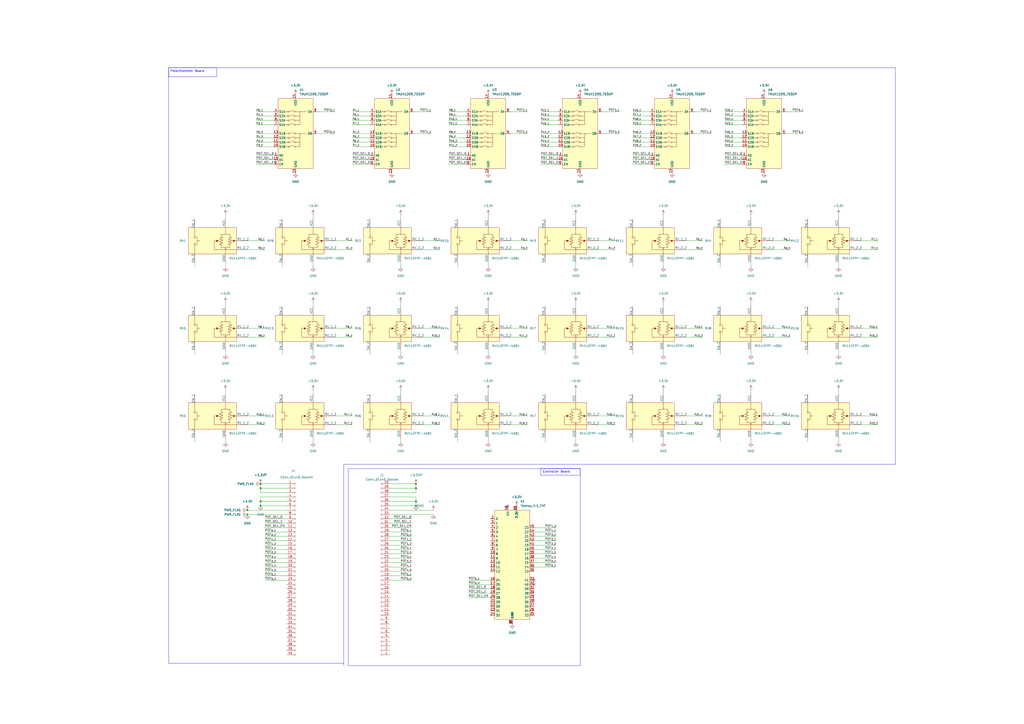
<source format=kicad_sch>
(kicad_sch (version 20230121) (generator eeschema)
  (paper "A2")
  (junction (at 241.3 290.83))
  (junction (at 143.51 295.91))
  (junction (at 241.3 283.21))
  (junction (at 151.13 280.67))
  (junction (at 241.3 293.37))
  (junction (at 143.51 298.45))
  (junction (at 151.13 283.21))
  (junction (at 241.3 280.67))
  (junction (at 151.13 290.83))
  (junction (at 151.13 293.37))
  (no_connect (at 309.88 339.09))
  (no_connect (at 294.64 293.37))
  (no_connect (at 309.88 336.55))
  (wire (pts (xy 313.69 85.09) (xy 323.85 85.09)))
  (wire (pts (xy 313.69 77.47) (xy 323.85 77.47)))
  (wire (pts (xy 283.21 175.26) (xy 283.21 177.8)))
  (wire (pts (xy 367.03 64.77) (xy 377.19 64.77)))
  (wire (pts (xy 283.21 124.46) (xy 283.21 127)))
  (wire (pts (xy 367.03 92.71) (xy 377.19 92.71)))
  (wire (pts (xy 417.83 152.4) (xy 417.83 154.94)))
  (wire (pts (xy 241.3 290.83) (xy 241.3 293.37)))
  (wire (pts (xy 367.03 90.17) (xy 377.19 90.17)))
  (wire (pts (xy 143.51 241.3) (xy 153.67 241.3)))
  (wire (pts (xy 226.06 311.15) (xy 238.76 311.15)))
  (wire (pts (xy 181.61 226.06) (xy 181.61 228.6)))
  (wire (pts (xy 295.91 64.77) (xy 306.07 64.77)))
  (wire (pts (xy 204.47 67.31) (xy 214.63 67.31)))
  (wire (pts (xy 499.11 246.38) (xy 509.27 246.38)))
  (wire (pts (xy 153.67 321.31) (xy 166.37 321.31)))
  (wire (pts (xy 204.47 90.17) (xy 214.63 90.17)))
  (wire (pts (xy 420.37 92.71) (xy 430.53 92.71)))
  (wire (pts (xy 151.13 288.29) (xy 151.13 290.83)))
  (wire (pts (xy 435.61 124.46) (xy 435.61 127)))
  (wire (pts (xy 402.59 77.47) (xy 412.75 77.47)))
  (wire (pts (xy 384.81 226.06) (xy 384.81 228.6)))
  (wire (pts (xy 367.03 95.25) (xy 377.19 95.25)))
  (wire (pts (xy 417.83 254) (xy 417.83 256.54)))
  (wire (pts (xy 148.59 69.85) (xy 158.75 69.85)))
  (wire (pts (xy 153.67 300.99) (xy 166.37 300.99)))
  (wire (pts (xy 499.11 139.7) (xy 509.27 139.7)))
  (wire (pts (xy 448.31 241.3) (xy 458.47 241.3)))
  (wire (pts (xy 143.51 195.58) (xy 153.67 195.58)))
  (wire (pts (xy 153.67 336.55) (xy 166.37 336.55)))
  (wire (pts (xy 486.41 203.2) (xy 486.41 205.74)))
  (wire (pts (xy 226.06 313.69) (xy 238.76 313.69)))
  (wire (pts (xy 313.69 69.85) (xy 323.85 69.85)))
  (wire (pts (xy 226.06 318.77) (xy 238.76 318.77)))
  (wire (pts (xy 245.11 144.78) (xy 255.27 144.78)))
  (wire (pts (xy 309.88 328.93) (xy 322.58 328.93)))
  (polyline (pts (xy 97.79 118.11) (xy 97.79 384.81)))
  (wire (pts (xy 226.06 300.99) (xy 238.76 300.99)))
  (wire (pts (xy 367.03 67.31) (xy 377.19 67.31)))
  (wire (pts (xy 204.47 80.01) (xy 214.63 80.01)))
  (wire (pts (xy 153.67 318.77) (xy 166.37 318.77)))
  (wire (pts (xy 420.37 72.39) (xy 430.53 72.39)))
  (wire (pts (xy 226.06 331.47) (xy 238.76 331.47)))
  (wire (pts (xy 194.31 144.78) (xy 204.47 144.78)))
  (polyline (pts (xy 97.79 39.37) (xy 102.87 39.37)))
  (wire (pts (xy 499.11 144.78) (xy 509.27 144.78)))
  (wire (pts (xy 153.67 328.93) (xy 166.37 328.93)))
  (wire (pts (xy 448.31 190.5) (xy 458.47 190.5)))
  (wire (pts (xy 204.47 82.55) (xy 214.63 82.55)))
  (wire (pts (xy 309.88 321.31) (xy 322.58 321.31)))
  (wire (pts (xy 260.35 64.77) (xy 270.51 64.77)))
  (wire (pts (xy 420.37 90.17) (xy 430.53 90.17)))
  (wire (pts (xy 232.41 254) (xy 232.41 256.54)))
  (wire (pts (xy 349.25 77.47) (xy 359.41 77.47)))
  (wire (pts (xy 204.47 77.47) (xy 214.63 77.47)))
  (wire (pts (xy 384.81 254) (xy 384.81 256.54)))
  (wire (pts (xy 313.69 80.01) (xy 323.85 80.01)))
  (wire (pts (xy 148.59 80.01) (xy 158.75 80.01)))
  (wire (pts (xy 148.59 82.55) (xy 158.75 82.55)))
  (wire (pts (xy 448.31 144.78) (xy 458.47 144.78)))
  (wire (pts (xy 204.47 92.71) (xy 214.63 92.71)))
  (wire (pts (xy 204.47 72.39) (xy 214.63 72.39)))
  (wire (pts (xy 241.3 283.21) (xy 241.3 285.75)))
  (wire (pts (xy 214.63 203.2) (xy 214.63 205.74)))
  (wire (pts (xy 448.31 139.7) (xy 458.47 139.7)))
  (wire (pts (xy 499.11 241.3) (xy 509.27 241.3)))
  (wire (pts (xy 151.13 280.67) (xy 151.13 283.21)))
  (wire (pts (xy 166.37 285.75) (xy 151.13 285.75)))
  (wire (pts (xy 153.67 316.23) (xy 166.37 316.23)))
  (wire (pts (xy 402.59 64.77) (xy 412.75 64.77)))
  (wire (pts (xy 499.11 190.5) (xy 509.27 190.5)))
  (wire (pts (xy 226.06 326.39) (xy 238.76 326.39)))
  (wire (pts (xy 367.03 77.47) (xy 377.19 77.47)))
  (wire (pts (xy 113.03 203.2) (xy 113.03 205.74)))
  (wire (pts (xy 153.67 313.69) (xy 166.37 313.69)))
  (wire (pts (xy 153.67 308.61) (xy 166.37 308.61)))
  (wire (pts (xy 313.69 67.31) (xy 323.85 67.31)))
  (wire (pts (xy 367.03 72.39) (xy 377.19 72.39)))
  (wire (pts (xy 130.81 175.26) (xy 130.81 177.8)))
  (wire (pts (xy 260.35 90.17) (xy 270.51 90.17)))
  (wire (pts (xy 316.23 254) (xy 316.23 256.54)))
  (wire (pts (xy 232.41 203.2) (xy 232.41 205.74)))
  (wire (pts (xy 486.41 254) (xy 486.41 256.54)))
  (wire (pts (xy 151.13 283.21) (xy 151.13 285.75)))
  (wire (pts (xy 148.59 67.31) (xy 158.75 67.31)))
  (wire (pts (xy 384.81 203.2) (xy 384.81 205.74)))
  (wire (pts (xy 309.88 313.69) (xy 322.58 313.69)))
  (wire (pts (xy 295.91 246.38) (xy 306.07 246.38)))
  (wire (pts (xy 153.67 306.07) (xy 166.37 306.07)))
  (polyline (pts (xy 97.79 39.37) (xy 97.79 109.22)))
  (wire (pts (xy 295.91 195.58) (xy 306.07 195.58)))
  (wire (pts (xy 309.88 323.85) (xy 322.58 323.85)))
  (wire (pts (xy 309.88 326.39) (xy 322.58 326.39)))
  (wire (pts (xy 113.03 152.4) (xy 113.03 154.94)))
  (wire (pts (xy 260.35 72.39) (xy 270.51 72.39)))
  (wire (pts (xy 397.51 144.78) (xy 407.67 144.78)))
  (wire (pts (xy 283.21 254) (xy 283.21 256.54)))
  (wire (pts (xy 334.01 203.2) (xy 334.01 205.74)))
  (wire (pts (xy 226.06 316.23) (xy 238.76 316.23)))
  (wire (pts (xy 153.67 323.85) (xy 166.37 323.85)))
  (wire (pts (xy 346.71 195.58) (xy 356.87 195.58)))
  (wire (pts (xy 334.01 124.46) (xy 334.01 127)))
  (wire (pts (xy 309.88 306.07) (xy 322.58 306.07)))
  (wire (pts (xy 334.01 175.26) (xy 334.01 177.8)))
  (wire (pts (xy 367.03 254) (xy 367.03 256.54)))
  (wire (pts (xy 194.31 195.58) (xy 204.47 195.58)))
  (wire (pts (xy 468.63 203.2) (xy 468.63 205.74)))
  (wire (pts (xy 163.83 203.2) (xy 163.83 205.74)))
  (wire (pts (xy 455.93 77.47) (xy 466.09 77.47)))
  (wire (pts (xy 435.61 226.06) (xy 435.61 228.6)))
  (wire (pts (xy 226.06 308.61) (xy 238.76 308.61)))
  (wire (pts (xy 153.67 331.47) (xy 166.37 331.47)))
  (wire (pts (xy 153.67 326.39) (xy 166.37 326.39)))
  (polyline (pts (xy 97.79 116.84) (xy 97.79 109.22)))
  (wire (pts (xy 204.47 64.77) (xy 214.63 64.77)))
  (wire (pts (xy 166.37 290.83) (xy 151.13 290.83)))
  (wire (pts (xy 295.91 241.3) (xy 306.07 241.3)))
  (wire (pts (xy 245.11 190.5) (xy 255.27 190.5)))
  (wire (pts (xy 346.71 139.7) (xy 356.87 139.7)))
  (wire (pts (xy 245.11 241.3) (xy 255.27 241.3)))
  (wire (pts (xy 240.03 64.77) (xy 250.19 64.77)))
  (wire (pts (xy 181.61 152.4) (xy 181.61 154.94)))
  (wire (pts (xy 184.15 64.77) (xy 194.31 64.77)))
  (wire (pts (xy 420.37 77.47) (xy 430.53 77.47)))
  (wire (pts (xy 499.11 195.58) (xy 509.27 195.58)))
  (wire (pts (xy 143.51 190.5) (xy 153.67 190.5)))
  (wire (pts (xy 232.41 175.26) (xy 232.41 177.8)))
  (wire (pts (xy 130.81 254) (xy 130.81 256.54)))
  (wire (pts (xy 295.91 144.78) (xy 306.07 144.78)))
  (wire (pts (xy 420.37 67.31) (xy 430.53 67.31)))
  (wire (pts (xy 260.35 80.01) (xy 270.51 80.01)))
  (wire (pts (xy 245.11 246.38) (xy 255.27 246.38)))
  (wire (pts (xy 130.81 124.46) (xy 130.81 127)))
  (wire (pts (xy 226.06 321.31) (xy 238.76 321.31)))
  (wire (pts (xy 226.06 303.53) (xy 238.76 303.53)))
  (polyline (pts (xy 97.79 116.84) (xy 97.79 118.11)))
  (wire (pts (xy 226.06 288.29) (xy 241.3 288.29)))
  (wire (pts (xy 214.63 254) (xy 214.63 256.54)))
  (wire (pts (xy 113.03 254) (xy 113.03 256.54)))
  (polyline (pts (xy 519.43 269.24) (xy 519.43 39.37)))
  (wire (pts (xy 271.78 336.55) (xy 284.48 336.55)))
  (wire (pts (xy 204.47 95.25) (xy 214.63 95.25)))
  (wire (pts (xy 448.31 195.58) (xy 458.47 195.58)))
  (wire (pts (xy 309.88 318.77) (xy 322.58 318.77)))
  (wire (pts (xy 435.61 152.4) (xy 435.61 154.94)))
  (wire (pts (xy 397.51 246.38) (xy 407.67 246.38)))
  (wire (pts (xy 334.01 152.4) (xy 334.01 154.94)))
  (wire (pts (xy 153.67 303.53) (xy 166.37 303.53)))
  (wire (pts (xy 204.47 85.09) (xy 214.63 85.09)))
  (wire (pts (xy 417.83 203.2) (xy 417.83 205.74)))
  (wire (pts (xy 148.59 90.17) (xy 158.75 90.17)))
  (wire (pts (xy 283.21 203.2) (xy 283.21 205.74)))
  (wire (pts (xy 226.06 293.37) (xy 241.3 293.37)))
  (wire (pts (xy 486.41 124.46) (xy 486.41 127)))
  (wire (pts (xy 148.59 77.47) (xy 158.75 77.47)))
  (wire (pts (xy 346.71 246.38) (xy 356.87 246.38)))
  (wire (pts (xy 420.37 64.77) (xy 430.53 64.77)))
  (wire (pts (xy 151.13 293.37) (xy 166.37 293.37)))
  (polyline (pts (xy 519.43 39.37) (xy 102.87 39.37)))
  (wire (pts (xy 295.91 77.47) (xy 306.07 77.47)))
  (wire (pts (xy 226.06 334.01) (xy 238.76 334.01)))
  (wire (pts (xy 166.37 280.67) (xy 151.13 280.67)))
  (wire (pts (xy 420.37 80.01) (xy 430.53 80.01)))
  (wire (pts (xy 367.03 152.4) (xy 367.03 154.94)))
  (wire (pts (xy 226.06 285.75) (xy 241.3 285.75)))
  (wire (pts (xy 232.41 124.46) (xy 232.41 127)))
  (wire (pts (xy 181.61 254) (xy 181.61 256.54)))
  (wire (pts (xy 420.37 82.55) (xy 430.53 82.55)))
  (wire (pts (xy 143.51 144.78) (xy 153.67 144.78)))
  (wire (pts (xy 245.11 195.58) (xy 255.27 195.58)))
  (wire (pts (xy 226.06 336.55) (xy 238.76 336.55)))
  (wire (pts (xy 384.81 124.46) (xy 384.81 127)))
  (wire (pts (xy 271.78 344.17) (xy 284.48 344.17)))
  (wire (pts (xy 486.41 175.26) (xy 486.41 177.8)))
  (wire (pts (xy 260.35 85.09) (xy 270.51 85.09)))
  (polyline (pts (xy 199.39 269.24) (xy 519.43 269.24)))
  (wire (pts (xy 260.35 69.85) (xy 270.51 69.85)))
  (wire (pts (xy 143.51 139.7) (xy 153.67 139.7)))
  (wire (pts (xy 260.35 67.31) (xy 270.51 67.31)))
  (wire (pts (xy 241.3 280.67) (xy 241.3 283.21)))
  (wire (pts (xy 271.78 341.63) (xy 284.48 341.63)))
  (wire (pts (xy 316.23 203.2) (xy 316.23 205.74)))
  (wire (pts (xy 295.91 190.5) (xy 306.07 190.5)))
  (wire (pts (xy 265.43 203.2) (xy 265.43 205.74)))
  (wire (pts (xy 232.41 152.4) (xy 232.41 154.94)))
  (wire (pts (xy 367.03 69.85) (xy 377.19 69.85)))
  (wire (pts (xy 435.61 175.26) (xy 435.61 177.8)))
  (wire (pts (xy 194.31 246.38) (xy 204.47 246.38)))
  (wire (pts (xy 226.06 323.85) (xy 238.76 323.85)))
  (wire (pts (xy 232.41 226.06) (xy 232.41 228.6)))
  (wire (pts (xy 283.21 152.4) (xy 283.21 154.94)))
  (wire (pts (xy 435.61 254) (xy 435.61 256.54)))
  (wire (pts (xy 163.83 152.4) (xy 163.83 154.94)))
  (wire (pts (xy 148.59 72.39) (xy 158.75 72.39)))
  (wire (pts (xy 283.21 226.06) (xy 283.21 228.6)))
  (wire (pts (xy 397.51 190.5) (xy 407.67 190.5)))
  (wire (pts (xy 260.35 92.71) (xy 270.51 92.71)))
  (wire (pts (xy 130.81 152.4) (xy 130.81 154.94)))
  (wire (pts (xy 420.37 69.85) (xy 430.53 69.85)))
  (wire (pts (xy 226.06 290.83) (xy 241.3 290.83)))
  (wire (pts (xy 143.51 295.91) (xy 166.37 295.91)))
  (wire (pts (xy 455.93 64.77) (xy 466.09 64.77)))
  (wire (pts (xy 240.03 77.47) (xy 250.19 77.47)))
  (wire (pts (xy 194.31 241.3) (xy 204.47 241.3)))
  (wire (pts (xy 226.06 280.67) (xy 241.3 280.67)))
  (wire (pts (xy 226.06 295.91) (xy 251.46 295.91)))
  (wire (pts (xy 367.03 203.2) (xy 367.03 205.74)))
  (wire (pts (xy 265.43 254) (xy 265.43 256.54)))
  (wire (pts (xy 346.71 144.78) (xy 356.87 144.78)))
  (wire (pts (xy 313.69 72.39) (xy 323.85 72.39)))
  (wire (pts (xy 313.69 90.17) (xy 323.85 90.17)))
  (wire (pts (xy 130.81 226.06) (xy 130.81 228.6)))
  (wire (pts (xy 420.37 95.25) (xy 430.53 95.25)))
  (wire (pts (xy 184.15 77.47) (xy 194.31 77.47)))
  (wire (pts (xy 346.71 190.5) (xy 356.87 190.5)))
  (wire (pts (xy 313.69 95.25) (xy 323.85 95.25)))
  (wire (pts (xy 486.41 226.06) (xy 486.41 228.6)))
  (wire (pts (xy 309.88 311.15) (xy 322.58 311.15)))
  (wire (pts (xy 309.88 316.23) (xy 322.58 316.23)))
  (wire (pts (xy 295.91 139.7) (xy 306.07 139.7)))
  (wire (pts (xy 420.37 85.09) (xy 430.53 85.09)))
  (wire (pts (xy 486.41 152.4) (xy 486.41 154.94)))
  (wire (pts (xy 313.69 64.77) (xy 323.85 64.77)))
  (wire (pts (xy 271.78 346.71) (xy 284.48 346.71)))
  (wire (pts (xy 334.01 226.06) (xy 334.01 228.6)))
  (wire (pts (xy 435.61 203.2) (xy 435.61 205.74)))
  (wire (pts (xy 367.03 80.01) (xy 377.19 80.01)))
  (wire (pts (xy 468.63 152.4) (xy 468.63 154.94)))
  (wire (pts (xy 367.03 82.55) (xy 377.19 82.55)))
  (wire (pts (xy 143.51 246.38) (xy 153.67 246.38)))
  (wire (pts (xy 148.59 64.77) (xy 158.75 64.77)))
  (wire (pts (xy 143.51 298.45) (xy 166.37 298.45)))
  (wire (pts (xy 194.31 190.5) (xy 204.47 190.5)))
  (wire (pts (xy 181.61 203.2) (xy 181.61 205.74)))
  (wire (pts (xy 265.43 152.4) (xy 265.43 154.94)))
  (wire (pts (xy 148.59 92.71) (xy 158.75 92.71)))
  (wire (pts (xy 153.67 334.01) (xy 166.37 334.01)))
  (wire (pts (xy 397.51 139.7) (xy 407.67 139.7)))
  (wire (pts (xy 226.06 283.21) (xy 241.3 283.21)))
  (wire (pts (xy 181.61 175.26) (xy 181.61 177.8)))
  (wire (pts (xy 367.03 85.09) (xy 377.19 85.09)))
  (wire (pts (xy 153.67 311.15) (xy 166.37 311.15)))
  (wire (pts (xy 384.81 152.4) (xy 384.81 154.94)))
  (wire (pts (xy 448.31 246.38) (xy 458.47 246.38)))
  (wire (pts (xy 245.11 139.7) (xy 255.27 139.7)))
  (wire (pts (xy 241.3 288.29) (xy 241.3 290.83)))
  (wire (pts (xy 194.31 139.7) (xy 204.47 139.7)))
  (wire (pts (xy 151.13 290.83) (xy 151.13 293.37)))
  (wire (pts (xy 148.59 85.09) (xy 158.75 85.09)))
  (wire (pts (xy 468.63 254) (xy 468.63 256.54)))
  (wire (pts (xy 163.83 254) (xy 163.83 256.54)))
  (wire (pts (xy 260.35 95.25) (xy 270.51 95.25)))
  (wire (pts (xy 271.78 339.09) (xy 284.48 339.09)))
  (wire (pts (xy 397.51 241.3) (xy 407.67 241.3)))
  (wire (pts (xy 349.25 64.77) (xy 359.41 64.77)))
  (wire (pts (xy 226.06 298.45) (xy 251.46 298.45)))
  (wire (pts (xy 313.69 82.55) (xy 323.85 82.55)))
  (wire (pts (xy 334.01 254) (xy 334.01 256.54)))
  (wire (pts (xy 260.35 82.55) (xy 270.51 82.55)))
  (polyline (pts (xy 97.79 384.81) (xy 199.39 384.81)))
  (wire (pts (xy 204.47 69.85) (xy 214.63 69.85)))
  (wire (pts (xy 181.61 124.46) (xy 181.61 127)))
  (wire (pts (xy 346.71 241.3) (xy 356.87 241.3)))
  (wire (pts (xy 309.88 308.61) (xy 322.58 308.61)))
  (wire (pts (xy 226.06 306.07) (xy 238.76 306.07)))
  (wire (pts (xy 226.06 328.93) (xy 238.76 328.93)))
  (wire (pts (xy 166.37 288.29) (xy 151.13 288.29)))
  (wire (pts (xy 384.81 175.26) (xy 384.81 177.8)))
  (wire (pts (xy 151.13 283.21) (xy 166.37 283.21)))
  (wire (pts (xy 130.81 203.2) (xy 130.81 205.74)))
  (wire (pts (xy 397.51 195.58) (xy 407.67 195.58)))
  (wire (pts (xy 313.69 92.71) (xy 323.85 92.71)))
  (wire (pts (xy 260.35 77.47) (xy 270.51 77.47)))
  (wire (pts (xy 148.59 95.25) (xy 158.75 95.25)))
  (polyline (pts (xy 199.39 386.08) (xy 199.39 269.24)))
  (rectangle (start 201.93 271.78) (end 336.55 386.08))
  (text_box "Potentiometer Board" (at 97.79 39.37 0) (size 27.94 5.08) (effects (font (size 1.27 1.27)) (justify left top)))
  (text_box "Controller Board" (at 313.69 271.78 0) (size 22.86 3.81) (effects (font (size 1.27 1.27)) (justify left top)))
  (label "A_{21_1}" (at 420.37 67.31 0))
  (label "A_{11_1}" (at 306.07 190.5 180))
  (label "POT_{2_2}" (at 153.67 321.31 0))
  (label "POT_{2_1}" (at 238.76 318.77 180))
  (label "POT_SEL_0" (at 148.59 90.17 0))
  (label "POT_SEL_0" (at 260.35 90.17 0))
  (label "POT_SEL_0" (at 238.76 300.99 180))
  (label "A_{12_2}" (at 313.69 77.47 0))
  (label "POT_SEL_1" (at 153.67 303.53 0))
  (label "POT_{1_1}" (at 153.67 313.69 0))
  (label "A_{7_2}" (at 204.47 85.09 0))
  (label "POT_{0_2}" (at 153.67 311.15 0))
  (label "A_{11_2}" (at 260.35 85.09 0))
  (label "POT_{2_1}" (at 322.58 318.77 180))
  (label "A_{2_2}" (at 255.27 144.78 180))
  (label "A_{20_2}" (at 356.87 246.38 180))
  (label "A_{0_1}" (at 148.59 64.77 0))
  (label "A_{3_2}" (at 306.07 144.78 180))
  (label "POT_{5_1}" (at 238.76 334.01 180))
  (label "A_{21_1}" (at 407.67 241.3 180))
  (label "A_{18_1}" (at 255.27 241.3 180))
  (label "POT_SEL_EN" (at 148.59 95.25 0))
  (label "A_{12_1}" (at 356.87 190.5 180))
  (label "POT_{3_2}" (at 359.41 77.47 180))
  (label "POT_SEL_1" (at 238.76 303.53 180))
  (label "POT_{1_2}" (at 322.58 321.31 180))
  (label "A_{1_1}" (at 204.47 139.7 180))
  (label "A_{17_2}" (at 204.47 246.38 180))
  (label "POT_SEL_1" (at 260.35 92.71 0))
  (label "A_{21_2}" (at 407.67 246.38 180))
  (label "A_{11_2}" (at 306.07 195.58 180))
  (label "POT_{2_1}" (at 153.67 318.77 0))
  (label "POT_SEL_EN" (at 420.37 95.25 0))
  (label "A_{14_2}" (at 458.47 195.58 180))
  (label "A_{6_1}" (at 204.47 69.85 0))
  (label "A_{5_2}" (at 407.67 144.78 180))
  (label "POT_{5_1}" (at 271.78 336.55 0))
  (label "A_{15_1}" (at 509.27 190.5 180))
  (label "A_{6_2}" (at 458.47 144.78 180))
  (label "A_{2_1}" (at 148.59 69.85 0))
  (label "A_{20_2}" (at 420.37 77.47 0))
  (label "POT_{3_2}" (at 238.76 326.39 180))
  (label "A_{14_1}" (at 458.47 190.5 180))
  (label "POT_{5_1}" (at 153.67 334.01 0))
  (label "POT_{2_2}" (at 238.76 321.31 180))
  (label "A_{16_2}" (at 367.03 77.47 0))
  (label "A_{0_1}" (at 153.67 139.7 180))
  (label "A_{4_2}" (at 356.87 144.78 180))
  (label "A_{6_1}" (at 458.47 139.7 180))
  (label "POT_{5_2}" (at 466.09 77.47 180))
  (label "POT_{4_2}" (at 412.75 77.47 180))
  (label "POT_SEL_1" (at 271.78 344.17 0))
  (label "A_{18_2}" (at 255.27 246.38 180))
  (label "POT_{4_1}" (at 412.75 64.77 180))
  (label "A_{22_1}" (at 458.47 241.3 180))
  (label "POT_{5_2}" (at 271.78 339.09 0))
  (label "A_{5_1}" (at 407.67 139.7 180))
  (label "A_{20_1}" (at 356.87 241.3 180))
  (label "POT_{5_1}" (at 466.09 64.77 180))
  (label "A_{8_1}" (at 260.35 64.77 0))
  (label "A_{4_1}" (at 204.47 64.77 0))
  (label "A_{2_1}" (at 255.27 139.7 180))
  (label "POT_SEL_EN" (at 238.76 306.07 180))
  (label "A_{17_2}" (at 367.03 80.01 0))
  (label "A_{7_2}" (at 509.27 144.78 180))
  (label "A_{23_1}" (at 420.37 72.39 0))
  (label "A_{22_2}" (at 420.37 82.55 0))
  (label "POT_{3_1}" (at 322.58 313.69 180))
  (label "POT_{1_2}" (at 153.67 316.23 0))
  (label "A_{19_2}" (at 306.07 246.38 180))
  (label "A_{16_2}" (at 153.67 246.38 180))
  (label "POT_{0_1}" (at 153.67 308.61 0))
  (label "POT_{0_2}" (at 238.76 311.15 180))
  (label "POT_{1_1}" (at 322.58 323.85 180))
  (label "A_{4_2}" (at 204.47 77.47 0))
  (label "POT_{1_2}" (at 250.19 77.47 180))
  (label "A_{10_2}" (at 260.35 82.55 0))
  (label "A_{17_1}" (at 367.03 67.31 0))
  (label "POT_SEL_EN" (at 260.35 95.25 0))
  (label "A_{11_1}" (at 260.35 72.39 0))
  (label "A_{9_2}" (at 260.35 80.01 0))
  (label "POT_{3_1}" (at 359.41 64.77 180))
  (label "POT_SEL_EN" (at 153.67 306.07 0))
  (label "A_{4_1}" (at 356.87 139.7 180))
  (label "A_{8_2}" (at 153.67 195.58 180))
  (label "A_{15_1}" (at 313.69 72.39 0))
  (label "POT_{5_2}" (at 153.67 336.55 0))
  (label "A_{7_1}" (at 509.27 139.7 180))
  (label "A_{23_2}" (at 420.37 85.09 0))
  (label "POT_{0_2}" (at 322.58 326.39 180))
  (label "POT_SEL_EN" (at 313.69 95.25 0))
  (label "A_{21_2}" (at 420.37 80.01 0))
  (label "POT_{4_2}" (at 238.76 331.47 180))
  (label "POT_SEL_1" (at 420.37 92.71 0))
  (label "A_{9_1}" (at 260.35 67.31 0))
  (label "A_{6_2}" (at 204.47 82.55 0))
  (label "A_{1_2}" (at 148.59 80.01 0))
  (label "A_{13_2}" (at 407.67 195.58 180))
  (label "POT_{4_1}" (at 322.58 308.61 180))
  (label "A_{10_1}" (at 255.27 190.5 180))
  (label "A_{18_2}" (at 367.03 82.55 0))
  (label "A_{19_1}" (at 367.03 72.39 0))
  (label "POT_{1_1}" (at 238.76 313.69 180))
  (label "A_{3_2}" (at 148.59 85.09 0))
  (label "POT_{0_2}" (at 194.31 77.47 180))
  (label "A_{14_2}" (at 313.69 82.55 0))
  (label "POT_{0_1}" (at 194.31 64.77 180))
  (label "A_{18_1}" (at 367.03 69.85 0))
  (label "POT_{1_1}" (at 250.19 64.77 180))
  (label "POT_SEL_0" (at 313.69 90.17 0))
  (label "POT_SEL_0" (at 204.47 90.17 0))
  (label "A_{13_1}" (at 313.69 67.31 0))
  (label "A_{8_1}" (at 153.67 190.5 180))
  (label "POT_{2_2}" (at 306.07 77.47 180))
  (label "A_{20_1}" (at 420.37 64.77 0))
  (label "A_{5_2}" (at 204.47 80.01 0))
  (label "POT_SEL_0" (at 420.37 90.17 0))
  (label "POT_{2_2}" (at 322.58 316.23 180))
  (label "POT_SEL_EN" (at 271.78 346.71 0))
  (label "POT_{1_2}" (at 238.76 316.23 180))
  (label "A_{15_2}" (at 509.27 195.58 180))
  (label "POT_SEL_0" (at 367.03 90.17 0))
  (label "POT_SEL_1" (at 313.69 92.71 0))
  (label "POT_SEL_0" (at 271.78 341.63 0))
  (label "A_{22_1}" (at 420.37 69.85 0))
  (label "POT_{5_2}" (at 238.76 336.55 180))
  (label "A_{23_2}" (at 509.27 246.38 180))
  (label "POT_SEL_1" (at 204.47 92.71 0))
  (label "A_{13_2}" (at 313.69 80.01 0))
  (label "POT_SEL_EN" (at 204.47 95.25 0))
  (label "A_{1_1}" (at 148.59 67.31 0))
  (label "POT_{4_2}" (at 322.58 306.07 180))
  (label "POT_{3_1}" (at 153.67 323.85 0))
  (label "POT_SEL_1" (at 148.59 92.71 0))
  (label "A_{5_1}" (at 204.47 67.31 0))
  (label "POT_{3_2}" (at 322.58 311.15 180))
  (label "A_{0_2}" (at 148.59 77.47 0))
  (label "A_{10_1}" (at 260.35 69.85 0))
  (label "A_{10_2}" (at 255.27 195.58 180))
  (label "A_{15_2}" (at 313.69 85.09 0))
  (label "POT_{4_1}" (at 153.67 328.93 0))
  (label "A_{3_1}" (at 148.59 72.39 0))
  (label "A_{8_2}" (at 260.35 77.47 0))
  (label "A_{13_1}" (at 407.67 190.5 180))
  (label "POT_{0_1}" (at 238.76 308.61 180))
  (label "A_{23_1}" (at 509.27 241.3 180))
  (label "A_{3_1}" (at 306.07 139.7 180))
  (label "POT_{4_1}" (at 238.76 328.93 180))
  (label "POT_{4_2}" (at 153.67 331.47 0))
  (label "A_{0_2}" (at 153.67 144.78 180))
  (label "A_{14_1}" (at 313.69 69.85 0))
  (label "A_{9_2}" (at 204.47 195.58 180))
  (label "A_{19_2}" (at 367.03 85.09 0))
  (label "A_{9_1}" (at 204.47 190.5 180))
  (label "POT_SEL_1" (at 367.03 92.71 0))
  (label "A_{2_2}" (at 148.59 82.55 0))
  (label "A_{22_2}" (at 458.47 246.38 180))
  (label "A_{7_1}" (at 204.47 72.39 0))
  (label "POT_{0_1}" (at 322.58 328.93 180))
  (label "A_{19_1}" (at 306.07 241.3 180))
  (label "POT_SEL_EN" (at 367.03 95.25 0))
  (label "POT_{3_1}" (at 238.76 323.85 180))
  (label "POT_{3_2}" (at 153.67 326.39 0))
  (label "POT_{2_1}" (at 306.07 64.77 180))
  (label "A_{16_1}" (at 367.03 64.77 0))
  (label "A_{12_1}" (at 313.69 64.77 0))
  (label "A_{17_1}" (at 204.47 241.3 180))
  (label "A_{1_2}" (at 204.47 144.78 180))
  (label "A_{16_1}" (at 153.67 241.3 180))
  (label "POT_SEL_0" (at 153.67 300.99 0))
  (label "A_{12_2}" (at 356.87 195.58 180))
  (symbol (lib_id "power:+3.3V") (at 232.41 124.46 0) (unit 1)
    (property "Reference" "#PWR021" (effects hide))
    (property "Value" "+3.3V" (at 232.41 119.38 0))
    (instances (project "midi-controller_pot-board_teensy" (path "" (reference "#PWR021") (unit 1))) (project "midi-controller_pot-subcircuit_diagram" (path "" (reference "#PWR041") (unit 1))))
  )
  (symbol (lib_id "power:GND") (at 241.3 293.37 0) (unit 1)
    (property "Reference" "#PWR016" (effects hide))
    (property "Value" "GND" (at 243.84 293.37 0))
    (instances (project "midi-controller_control-board_teensy" (path "" (reference "#PWR016") (unit 1))) (project "midi-controller_pot-subcircuit_diagram" (path "" (reference "#PWR086") (unit 1))))
  )
  (symbol (lib_id "power:GND") (at 486.41 256.54 0) (unit 1)
    (property "Reference" "#PWR086" (effects hide))
    (property "Value" "GND" (at 486.41 261.62 0))
    (instances (project "midi-controller_pot-board_teensy" (path "" (reference "#PWR086") (unit 1))) (project "midi-controller_pot-subcircuit_diagram" (path "" (reference "#PWR078") (unit 1))))
  )
  (symbol (lib_id "power:GND") (at 181.61 205.74 0) (unit 1)
    (property "Reference" "#PWR019" (effects hide))
    (property "Value" "GND" (at 181.61 210.82 0))
    (instances (project "midi-controller_pot-board_teensy" (path "" (reference "#PWR019") (unit 1))) (project "midi-controller_pot-subcircuit_diagram" (path "" (reference "#PWR038") (unit 1))))
  )
  (symbol (lib_id "power:+3.3VP") (at 151.13 280.67 0) (unit 1)
    (property "Reference" "#PWR040" (effects hide))
    (property "Value" "+3.3VP" (at 151.13 275.59 0))
    (instances (project "midi-controller_pot-board_teensy" (path "" (reference "#PWR040") (unit 1))) (project "midi-controller_pot-subcircuit_diagram" (path "" (reference "#PWR081") (unit 1))))
  )
  (symbol (lib_id "power:+3.3V") (at 181.61 124.46 0) (unit 1)
    (property "Reference" "#PWR03" (effects hide))
    (property "Value" "+3.3V" (at 181.61 119.38 0))
    (instances (project "midi-controller_pot-board_teensy" (path "" (reference "#PWR03") (unit 1))) (project "midi-controller_pot-subcircuit_diagram" (path "" (reference "#PWR035") (unit 1))))
  )
  (symbol (lib_id "power:GND") (at 336.55 100.33 0) (unit 1)
    (property "Reference" "#PWR094" (effects hide))
    (property "Value" "GND" (at 336.55 105.41 0))
    (instances (project "midi-controller_pot-board_teensy" (path "" (reference "#PWR094") (unit 1))) (project "midi-controller_pot-subcircuit_diagram" (path "" (reference "#PWR096") (unit 1))))
  )
  (symbol (lib_id "power:GND") (at 435.61 256.54 0) (unit 1)
    (property "Reference" "#PWR084" (effects hide))
    (property "Value" "GND" (at 435.61 261.62 0))
    (instances (project "midi-controller_pot-board_teensy" (path "" (reference "#PWR084") (unit 1))) (project "midi-controller_pot-subcircuit_diagram" (path "" (reference "#PWR072") (unit 1))))
  )
  (symbol (lib_id "MPP_Analog_Switch:TMUX1209_TSSOP") (at 336.55 77.47 0) (unit 1)
    (property "Reference" "U4" (at 338.7441 52.07 0) (effects (justify left)))
    (property "Value" "TMUX1209_TSSOP" (at 338.7441 54.61 0) (effects (justify left)))
    (property "Footprint" "Package_SO:TSSOP-16_4.4x5mm_P0.65mm" (effects hide))
    (property "Datasheet" "https://www.ti.com/lit/ds/symlink/tmux1209.pdf?ts=1711160247100&ref_url=https%253A%252F%252Fwww.ti.com%252Fproduct%252FTMUX1209" (effects hide))
  )
  (symbol (lib_id "power:+3.3V") (at 283.21 226.06 0) (unit 1)
    (property "Reference" "#PWR071" (effects hide))
    (property "Value" "+3.3V" (at 283.21 220.98 0))
    (instances (project "midi-controller_pot-board_teensy" (path "" (reference "#PWR071") (unit 1))) (project "midi-controller_pot-subcircuit_diagram" (path "" (reference "#PWR051") (unit 1))))
  )
  (symbol (lib_id "MPP_Device:RV142FPF-40B1") (at 173.99 241.3 0) (unit 1)
    (property "Reference" "RV13" (at 158.75 241.3 0) (effects (justify right)))
    (property "Value" "RV142FPF-40B1" (at 191.77 251.46 0))
    (property "Footprint" "MPP_Potentiometer_THT:RV142FPF-40B1" (effects hide))
    (property "Datasheet" "http://www.taiwanalpha.com/downloads?target=products&id=93" (effects hide))
    (instances (project "midi-controller-pcb" (path "" (reference "RV13") (unit 1))) (project "midi-controller_pot-board_teensy" (path "" (reference "RV18") (unit 1))) (project "midi-controller_pot-subcircuit_diagram" (path "" (reference "RV13") (unit 1))))
  )
  (symbol (lib_id "power:GND") (at 334.01 205.74 0) (unit 1)
    (property "Reference" "#PWR016" (effects hide))
    (property "Value" "GND" (at 334.01 210.82 0))
    (instances (project "midi-controller_pot-board_teensy" (path "" (reference "#PWR016") (unit 1))) (project "midi-controller_pot-subcircuit_diagram" (path "" (reference "#PWR056") (unit 1))))
  )
  (symbol (lib_id "power:+3.3V") (at 171.45 54.61 0) (unit 1)
    (property "Reference" "#PWR087" (effects hide))
    (property "Value" "+3.3V" (at 171.45 49.53 0))
    (instances (project "midi-controller_pot-board_teensy" (path "" (reference "#PWR087") (unit 1))) (project "midi-controller_pot-subcircuit_diagram" (path "" (reference "#PWR089") (unit 1))))
  )
  (symbol (lib_id "MPP_Device:RV142FPF-40B1") (at 427.99 190.5 0) (unit 1)
    (property "Reference" "RV8" (at 412.75 190.5 0) (effects (justify right)))
    (property "Value" "RV142FPF-40B1" (at 445.77 200.66 0))
    (property "Footprint" "MPP_Potentiometer_THT:RV142FPF-40B1" (effects hide))
    (property "Datasheet" "http://www.taiwanalpha.com/downloads?target=products&id=93" (effects hide))
    (instances (project "midi-controller-pcb" (path "" (reference "RV8") (unit 1))) (project "midi-controller_pot-board_teensy" (path "" (reference "RV15") (unit 1))) (project "midi-controller_pot-subcircuit_diagram" (path "" (reference "RV8") (unit 1))))
  )
  (symbol (lib_id "power:+3.3V") (at 486.41 124.46 0) (unit 1)
    (property "Reference" "#PWR026" (effects hide))
    (property "Value" "+3.3V" (at 486.41 119.38 0))
    (instances (project "midi-controller_pot-board_teensy" (path "" (reference "#PWR026") (unit 1))) (project "midi-controller_pot-subcircuit_diagram" (path "" (reference "#PWR073") (unit 1))))
  )
  (symbol (lib_id "power:+3.3V") (at 334.01 226.06 0) (unit 1)
    (property "Reference" "#PWR079" (effects hide))
    (property "Value" "+3.3V" (at 334.01 220.98 0))
    (instances (project "midi-controller_pot-board_teensy" (path "" (reference "#PWR079") (unit 1))) (project "midi-controller_pot-subcircuit_diagram" (path "" (reference "#PWR057") (unit 1))))
  )
  (symbol (lib_id "MPP_Analog_Switch:TMUX1209_TSSOP") (at 443.23 77.47 0) (unit 1)
    (property "Reference" "U6" (at 445.4241 52.07 0) (effects (justify left)))
    (property "Value" "TMUX1209_TSSOP" (at 445.4241 54.61 0) (effects (justify left)))
    (property "Footprint" "Package_SO:TSSOP-16_4.4x5mm_P0.65mm" (effects hide))
    (property "Datasheet" "https://www.ti.com/lit/ds/symlink/tmux1209.pdf?ts=1711160247100&ref_url=https%253A%252F%252Fwww.ti.com%252Fproduct%252FTMUX1209" (effects hide))
  )
  (symbol (lib_id "MPP_Device:RV142FPF-40B1") (at 123.19 190.5 0) (unit 1)
    (property "Reference" "RV5" (at 107.95 190.5 0) (effects (justify right)))
    (property "Value" "RV142FPF-40B1" (at 140.97 200.66 0))
    (property "Footprint" "MPP_Potentiometer_THT:RV142FPF-40B1" (effects hide))
    (property "Datasheet" "http://www.taiwanalpha.com/downloads?target=products&id=93" (effects hide))
    (instances (project "midi-controller-pcb" (path "" (reference "RV5") (unit 1))) (project "midi-controller_pot-board_teensy" (path "" (reference "RV9") (unit 1))) (project "midi-controller_pot-subcircuit_diagram" (path "" (reference "RV5") (unit 1))))
  )
  (symbol (lib_id "power:+3.3V") (at 232.41 175.26 0) (unit 1)
    (property "Reference" "#PWR032" (effects hide))
    (property "Value" "+3.3V" (at 232.41 170.18 0))
    (instances (project "midi-controller_pot-board_teensy" (path "" (reference "#PWR032") (unit 1))) (project "midi-controller_pot-subcircuit_diagram" (path "" (reference "#PWR043") (unit 1))))
  )
  (symbol (lib_id "Connector:Conn_01x40_Socket") (at 171.45 328.93 0) (unit 1)
    (property "Reference" "J4" (at 168.91 273.05 0) (effects (justify left)))
    (property "Value" "Conn_01x40_Socket" (at 162.56 276.86 0) (effects (justify left)))
    (property "Footprint" "Connector_FFC-FPC:Hirose_FH12-40S-0.5SH_1x40-1MP_P0.50mm_Horizontal" (effects hide))
  )
  (symbol (lib_id "power:+3.3V") (at 384.81 226.06 0) (unit 1)
    (property "Reference" "#PWR081" (effects hide))
    (property "Value" "+3.3V" (at 384.81 220.98 0))
    (instances (project "midi-controller_pot-board_teensy" (path "" (reference "#PWR081") (unit 1))) (project "midi-controller_pot-subcircuit_diagram" (path "" (reference "#PWR065") (unit 1))))
  )
  (symbol (lib_id "power:+3.3V") (at 181.61 226.06 0) (unit 1)
    (property "Reference" "#PWR063" (effects hide))
    (property "Value" "+3.3V" (at 181.61 220.98 0))
    (instances (project "midi-controller_pot-board_teensy" (path "" (reference "#PWR063") (unit 1))) (project "midi-controller_pot-subcircuit_diagram" (path "" (reference "#PWR039") (unit 1))))
  )
  (symbol (lib_id "MPP_Device:RV142FPF-40B1") (at 478.79 241.3 0) (unit 1)
    (property "Reference" "RV16" (at 463.55 241.3 0) (effects (justify right)))
    (property "Value" "RV142FPF-40B1" (at 496.57 251.46 0))
    (property "Footprint" "MPP_Potentiometer_THT:RV142FPF-40B1" (effects hide))
    (property "Datasheet" "http://www.taiwanalpha.com/downloads?target=products&id=93" (effects hide))
    (instances (project "midi-controller-pcb" (path "" (reference "RV16") (unit 1))) (project "midi-controller_pot-board_teensy" (path "" (reference "RV24") (unit 1))) (project "midi-controller_pot-subcircuit_diagram" (path "" (reference "RV16") (unit 1))))
  )
  (symbol (lib_id "power:GND") (at 181.61 154.94 0) (unit 1)
    (property "Reference" "#PWR06" (effects hide))
    (property "Value" "GND" (at 181.61 160.02 0))
    (instances (project "midi-controller_pot-board_teensy" (path "" (reference "#PWR06") (unit 1))) (project "midi-controller_pot-subcircuit_diagram" (path "" (reference "#PWR036") (unit 1))))
  )
  (symbol (lib_id "MPP_Device:RV142FPF-40B1") (at 123.19 241.3 0) (unit 1)
    (property "Reference" "RV5" (at 107.95 241.3 0) (effects (justify right)))
    (property "Value" "RV142FPF-40B1" (at 140.97 251.46 0))
    (property "Footprint" "MPP_Potentiometer_THT:RV142FPF-40B1" (effects hide))
    (property "Datasheet" "http://www.taiwanalpha.com/downloads?target=products&id=93" (effects hide))
    (instances (project "midi-controller-pcb" (path "" (reference "RV5") (unit 1))) (project "midi-controller_pot-board_teensy" (path "" (reference "RV17") (unit 1))) (project "midi-controller_pot-subcircuit_diagram" (path "" (reference "RV5") (unit 1))))
  )
  (symbol (lib_id "power:GND") (at 143.51 298.45 0) (unit 1)
    (property "Reference" "#PWR038" (effects hide))
    (property "Value" "GND" (at 143.51 303.53 0))
    (instances (project "midi-controller_pot-board_teensy" (path "" (reference "#PWR038") (unit 1))) (project "midi-controller_pot-subcircuit_diagram" (path "" (reference "#PWR080") (unit 1))))
  )
  (symbol (lib_id "MPP_Device:RV142FPF-40B1") (at 377.19 139.7 0) (unit 1)
    (property "Reference" "RV11" (at 361.95 139.7 0) (effects (justify right)))
    (property "Value" "RV142FPF-40B1" (at 394.97 149.86 0))
    (property "Footprint" "MPP_Potentiometer_THT:RV142FPF-40B1" (effects hide))
    (property "Datasheet" "http://www.taiwanalpha.com/downloads?target=products&id=93" (effects hide))
    (instances (project "midi-controller-pcb" (path "" (reference "RV11") (unit 1))) (project "midi-controller_pot-board_teensy" (path "" (reference "RV6") (unit 1))) (project "midi-controller_pot-subcircuit_diagram" (path "" (reference "RV11") (unit 1))))
  )
  (symbol (lib_id "MPP_Device:RV142FPF-40B1") (at 326.39 190.5 0) (unit 1)
    (property "Reference" "RV7" (at 311.15 190.5 0) (effects (justify right)))
    (property "Value" "RV142FPF-40B1" (at 344.17 200.66 0))
    (property "Footprint" "MPP_Potentiometer_THT:RV142FPF-40B1" (effects hide))
    (property "Datasheet" "http://www.taiwanalpha.com/downloads?target=products&id=93" (effects hide))
    (instances (project "midi-controller-pcb" (path "" (reference "RV7") (unit 1))) (project "midi-controller_pot-board_teensy" (path "" (reference "RV13") (unit 1))) (project "midi-controller_pot-subcircuit_diagram" (path "" (reference "RV7") (unit 1))))
  )
  (symbol (lib_id "power:GND") (at 232.41 256.54 0) (unit 1)
    (property "Reference" "#PWR070" (effects hide))
    (property "Value" "GND" (at 232.41 261.62 0))
    (instances (project "midi-controller_pot-board_teensy" (path "" (reference "#PWR070") (unit 1))) (project "midi-controller_pot-subcircuit_diagram" (path "" (reference "#PWR046") (unit 1))))
  )
  (symbol (lib_id "power:+3.3VP") (at 241.3 280.67 0) (unit 1)
    (property "Reference" "#PWR015" (effects hide))
    (property "Value" "+3.3VP" (at 241.3 275.59 0))
    (instances (project "midi-controller_control-board_teensy" (path "" (reference "#PWR015") (unit 1))) (project "midi-controller_pot-subcircuit_diagram" (path "" (reference "#PWR085") (unit 1))))
  )
  (symbol (lib_id "power:+3.3V") (at 435.61 124.46 0) (unit 1)
    (property "Reference" "#PWR025" (effects hide))
    (property "Value" "+3.3V" (at 435.61 119.38 0))
    (instances (project "midi-controller_pot-board_teensy" (path "" (reference "#PWR025") (unit 1))) (project "midi-controller_pot-subcircuit_diagram" (path "" (reference "#PWR067") (unit 1))))
  )
  (symbol (lib_id "power:+3.3V") (at 143.51 295.91 0) (unit 1)
    (property "Reference" "#PWR037" (effects hide))
    (property "Value" "+3.3V" (at 143.51 290.83 0))
    (instances (project "midi-controller_pot-board_teensy" (path "" (reference "#PWR037") (unit 1))) (project "midi-controller_pot-subcircuit_diagram" (path "" (reference "#PWR079") (unit 1))))
  )
  (symbol (lib_id "power:+3.3V") (at 130.81 226.06 0) (unit 1)
    (property "Reference" "#PWR059" (effects hide))
    (property "Value" "+3.3V" (at 130.81 220.98 0))
    (instances (project "midi-controller_pot-board_teensy" (path "" (reference "#PWR059") (unit 1))) (project "midi-controller_pot-subcircuit_diagram" (path "" (reference "#PWR033") (unit 1))))
  )
  (symbol (lib_id "MPP_Analog_Switch:TMUX1209_TSSOP") (at 227.33 77.47 0) (unit 1)
    (property "Reference" "U2" (at 229.5241 52.07 0) (effects (justify left)))
    (property "Value" "TMUX1209_TSSOP" (at 229.5241 54.61 0) (effects (justify left)))
    (property "Footprint" "Package_SO:TSSOP-16_4.4x5mm_P0.65mm" (effects hide))
    (property "Datasheet" "https://www.ti.com/lit/ds/symlink/tmux1209.pdf?ts=1711160247100&ref_url=https%253A%252F%252Fwww.ti.com%252Fproduct%252FTMUX1209" (effects hide))
  )
  (symbol (lib_id "power:+3.3V") (at 181.61 175.26 0) (unit 1)
    (property "Reference" "#PWR033" (effects hide))
    (property "Value" "+3.3V" (at 181.61 170.18 0))
    (instances (project "midi-controller_pot-board_teensy" (path "" (reference "#PWR033") (unit 1))) (project "midi-controller_pot-subcircuit_diagram" (path "" (reference "#PWR037") (unit 1))))
  )
  (symbol (lib_id "power:GND") (at 334.01 154.94 0) (unit 1)
    (property "Reference" "#PWR09" (effects hide))
    (property "Value" "GND" (at 334.01 160.02 0))
    (instances (project "midi-controller_pot-board_teensy" (path "" (reference "#PWR09") (unit 1))) (project "midi-controller_pot-subcircuit_diagram" (path "" (reference "#PWR054") (unit 1))))
  )
  (symbol (lib_id "power:GND") (at 443.23 100.33 0) (unit 1)
    (property "Reference" "#PWR098" (effects hide))
    (property "Value" "GND" (at 443.23 105.41 0))
    (instances (project "midi-controller_pot-board_teensy" (path "" (reference "#PWR098") (unit 1))) (project "midi-controller_pot-subcircuit_diagram" (path "" (reference "#PWR0100") (unit 1))))
  )
  (symbol (lib_id "power:+3.3V") (at 384.81 124.46 0) (unit 1)
    (property "Reference" "#PWR024" (effects hide))
    (property "Value" "+3.3V" (at 384.81 119.38 0))
    (instances (project "midi-controller_pot-board_teensy" (path "" (reference "#PWR024") (unit 1))) (project "midi-controller_pot-subcircuit_diagram" (path "" (reference "#PWR059") (unit 1))))
  )
  (symbol (lib_id "power:GND") (at 384.81 154.94 0) (unit 1)
    (property "Reference" "#PWR010" (effects hide))
    (property "Value" "GND" (at 384.81 160.02 0))
    (instances (project "midi-controller_pot-board_teensy" (path "" (reference "#PWR010") (unit 1))) (project "midi-controller_pot-subcircuit_diagram" (path "" (reference "#PWR060") (unit 1))))
  )
  (symbol (lib_id "MPP_Device:RV142FPF-40B1") (at 326.39 139.7 0) (unit 1)
    (property "Reference" "RV3" (at 311.15 139.7 0) (effects (justify right)))
    (property "Value" "RV142FPF-40B1" (at 344.17 149.86 0))
    (property "Footprint" "MPP_Potentiometer_THT:RV142FPF-40B1" (effects hide))
    (property "Datasheet" "http://www.taiwanalpha.com/downloads?target=products&id=93" (effects hide))
    (instances (project "midi-controller-pcb" (path "" (reference "RV3") (unit 1))) (project "midi-controller_pot-board_teensy" (path "" (reference "RV5") (unit 1))) (project "midi-controller_pot-subcircuit_diagram" (path "" (reference "RV3") (unit 1))))
  )
  (symbol (lib_id "MPP_Device:RV142FPF-40B1") (at 123.19 139.7 0) (unit 1)
    (property "Reference" "RV1" (at 107.95 139.7 0) (effects (justify right)))
    (property "Value" "RV142FPF-40B1" (at 140.97 149.86 0))
    (property "Footprint" "MPP_Potentiometer_THT:RV142FPF-40B1" (effects hide))
    (property "Datasheet" "http://www.taiwanalpha.com/downloads?target=products&id=93" (effects hide))
  )
  (symbol (lib_id "power:GND") (at 486.41 205.74 0) (unit 1)
    (property "Reference" "#PWR013" (effects hide))
    (property "Value" "GND" (at 486.41 210.82 0))
    (instances (project "midi-controller_pot-board_teensy" (path "" (reference "#PWR013") (unit 1))) (project "midi-controller_pot-subcircuit_diagram" (path "" (reference "#PWR076") (unit 1))))
  )
  (symbol (lib_id "power:+3.3V") (at 336.55 54.61 0) (unit 1)
    (property "Reference" "#PWR093" (effects hide))
    (property "Value" "+3.3V" (at 336.55 49.53 0))
    (instances (project "midi-controller_pot-board_teensy" (path "" (reference "#PWR093") (unit 1))) (project "midi-controller_pot-subcircuit_diagram" (path "" (reference "#PWR095") (unit 1))))
  )
  (symbol (lib_id "power:GND") (at 334.01 256.54 0) (unit 1)
    (property "Reference" "#PWR080" (effects hide))
    (property "Value" "GND" (at 334.01 261.62 0))
    (instances (project "midi-controller_pot-board_teensy" (path "" (reference "#PWR080") (unit 1))) (project "midi-controller_pot-subcircuit_diagram" (path "" (reference "#PWR058") (unit 1))))
  )
  (symbol (lib_id "power:GND") (at 130.81 256.54 0) (unit 1)
    (property "Reference" "#PWR062" (effects hide))
    (property "Value" "GND" (at 130.81 261.62 0))
    (instances (project "midi-controller_pot-board_teensy" (path "" (reference "#PWR062") (unit 1))) (project "midi-controller_pot-subcircuit_diagram" (path "" (reference "#PWR034") (unit 1))))
  )
  (symbol (lib_id "power:+3.3V") (at 227.33 54.61 0) (unit 1)
    (property "Reference" "#PWR089" (effects hide))
    (property "Value" "+3.3V" (at 227.33 49.53 0))
    (instances (project "midi-controller_pot-board_teensy" (path "" (reference "#PWR089") (unit 1))) (project "midi-controller_pot-subcircuit_diagram" (path "" (reference "#PWR091") (unit 1))))
  )
  (symbol (lib_id "MPP_Device:RV142FPF-40B1") (at 326.39 241.3 0) (unit 1)
    (property "Reference" "RV7" (at 311.15 241.3 0) (effects (justify right)))
    (property "Value" "RV142FPF-40B1" (at 344.17 251.46 0))
    (property "Footprint" "MPP_Potentiometer_THT:RV142FPF-40B1" (effects hide))
    (property "Datasheet" "http://www.taiwanalpha.com/downloads?target=products&id=93" (effects hide))
    (instances (project "midi-controller-pcb" (path "" (reference "RV7") (unit 1))) (project "midi-controller_pot-board_teensy" (path "" (reference "RV21") (unit 1))) (project "midi-controller_pot-subcircuit_diagram" (path "" (reference "RV7") (unit 1))))
  )
  (symbol (lib_id "power:GND") (at 435.61 154.94 0) (unit 1)
    (property "Reference" "#PWR011" (effects hide))
    (property "Value" "GND" (at 435.61 160.02 0))
    (instances (project "midi-controller_pot-board_teensy" (path "" (reference "#PWR011") (unit 1))) (project "midi-controller_pot-subcircuit_diagram" (path "" (reference "#PWR068") (unit 1))))
  )
  (symbol (lib_id "MPP_Device:RV142FPF-40B1") (at 478.79 139.7 0) (unit 1)
    (property "Reference" "RV12" (at 463.55 139.7 0) (effects (justify right)))
    (property "Value" "RV142FPF-40B1" (at 496.57 149.86 0))
    (property "Footprint" "MPP_Potentiometer_THT:RV142FPF-40B1" (effects hide))
    (property "Datasheet" "http://www.taiwanalpha.com/downloads?target=products&id=93" (effects hide))
    (instances (project "midi-controller-pcb" (path "" (reference "RV12") (unit 1))) (project "midi-controller_pot-board_teensy" (path "" (reference "RV8") (unit 1))) (project "midi-controller_pot-subcircuit_diagram" (path "" (reference "RV12") (unit 1))))
  )
  (symbol (lib_id "MPP_Device:RV142FPF-40B1") (at 173.99 190.5 0) (unit 1)
    (property "Reference" "RV13" (at 158.75 190.5 0) (effects (justify right)))
    (property "Value" "RV142FPF-40B1" (at 191.77 200.66 0))
    (property "Footprint" "MPP_Potentiometer_THT:RV142FPF-40B1" (effects hide))
    (property "Datasheet" "http://www.taiwanalpha.com/downloads?target=products&id=93" (effects hide))
    (instances (project "midi-controller-pcb" (path "" (reference "RV13") (unit 1))) (project "midi-controller_pot-board_teensy" (path "" (reference "RV10") (unit 1))) (project "midi-controller_pot-subcircuit_diagram" (path "" (reference "RV13") (unit 1))))
  )
  (symbol (lib_id "MPP_Device:RV142FPF-40B1") (at 427.99 241.3 0) (unit 1)
    (property "Reference" "RV8" (at 412.75 241.3 0) (effects (justify right)))
    (property "Value" "RV142FPF-40B1" (at 445.77 251.46 0))
    (property "Footprint" "MPP_Potentiometer_THT:RV142FPF-40B1" (effects hide))
    (property "Datasheet" "http://www.taiwanalpha.com/downloads?target=products&id=93" (effects hide))
    (instances (project "midi-controller-pcb" (path "" (reference "RV8") (unit 1))) (project "midi-controller_pot-board_teensy" (path "" (reference "RV23") (unit 1))) (project "midi-controller_pot-subcircuit_diagram" (path "" (reference "RV8") (unit 1))))
  )
  (symbol (lib_id "power:+3.3V") (at 486.41 226.06 0) (unit 1)
    (property "Reference" "#PWR085" (effects hide))
    (property "Value" "+3.3V" (at 486.41 220.98 0))
    (instances (project "midi-controller_pot-board_teensy" (path "" (reference "#PWR085") (unit 1))) (project "midi-controller_pot-subcircuit_diagram" (path "" (reference "#PWR077") (unit 1))))
  )
  (symbol (lib_id "MPP_Analog_Switch:TMUX1209_TSSOP") (at 171.45 77.47 0) (unit 1)
    (property "Reference" "U1" (at 173.6441 52.07 0) (effects (justify left)))
    (property "Value" "TMUX1209_TSSOP" (at 173.6441 54.61 0) (effects (justify left)))
    (property "Footprint" "Package_SO:TSSOP-16_4.4x5mm_P0.65mm" (effects hide))
    (property "Datasheet" "https://www.ti.com/lit/ds/symlink/tmux1209.pdf?ts=1711160247100&ref_url=https%253A%252F%252Fwww.ti.com%252Fproduct%252FTMUX1209" (effects hide))
  )
  (symbol (lib_id "power:+3.3V") (at 283.21 54.61 0) (unit 1)
    (property "Reference" "#PWR091" (effects hide))
    (property "Value" "+3.3V" (at 283.21 49.53 0))
    (instances (project "midi-controller_pot-board_teensy" (path "" (reference "#PWR091") (unit 1))) (project "midi-controller_pot-subcircuit_diagram" (path "" (reference "#PWR093") (unit 1))))
  )
  (symbol (lib_id "power:+3.3V") (at 384.81 175.26 0) (unit 1)
    (property "Reference" "#PWR029" (effects hide))
    (property "Value" "+3.3V" (at 384.81 170.18 0))
    (instances (project "midi-controller_pot-board_teensy" (path "" (reference "#PWR029") (unit 1))) (project "midi-controller_pot-subcircuit_diagram" (path "" (reference "#PWR061") (unit 1))))
  )
  (symbol (lib_id "MPP_Device:RV142FPF-40B1") (at 377.19 241.3 0) (unit 1)
    (property "Reference" "RV15" (at 361.95 241.3 0) (effects (justify right)))
    (property "Value" "RV142FPF-40B1" (at 394.97 251.46 0))
    (property "Footprint" "MPP_Potentiometer_THT:RV142FPF-40B1" (effects hide))
    (property "Datasheet" "http://www.taiwanalpha.com/downloads?target=products&id=93" (effects hide))
    (instances (project "midi-controller-pcb" (path "" (reference "RV15") (unit 1))) (project "midi-controller_pot-board_teensy" (path "" (reference "RV22") (unit 1))) (project "midi-controller_pot-subcircuit_diagram" (path "" (reference "RV15") (unit 1))))
  )
  (symbol (lib_id "power:+3.3V") (at 334.01 124.46 0) (unit 1)
    (property "Reference" "#PWR023" (effects hide))
    (property "Value" "+3.3V" (at 334.01 119.38 0))
    (instances (project "midi-controller_pot-board_teensy" (path "" (reference "#PWR023") (unit 1))) (project "midi-controller_pot-subcircuit_diagram" (path "" (reference "#PWR053") (unit 1))))
  )
  (symbol (lib_id "power:GND") (at 384.81 256.54 0) (unit 1)
    (property "Reference" "#PWR082" (effects hide))
    (property "Value" "GND" (at 384.81 261.62 0))
    (instances (project "midi-controller_pot-board_teensy" (path "" (reference "#PWR082") (unit 1))) (project "midi-controller_pot-subcircuit_diagram" (path "" (reference "#PWR066") (unit 1))))
  )
  (symbol (lib_id "power:GND") (at 384.81 205.74 0) (unit 1)
    (property "Reference" "#PWR015" (effects hide))
    (property "Value" "GND" (at 384.81 210.82 0))
    (instances (project "midi-controller_pot-board_teensy" (path "" (reference "#PWR015") (unit 1))) (project "midi-controller_pot-subcircuit_diagram" (path "" (reference "#PWR062") (unit 1))))
  )
  (symbol (lib_id "MPP_Analog_Switch:TMUX1209_TSSOP") (at 283.21 77.47 0) (unit 1)
    (property "Reference" "U3" (at 285.4041 52.07 0) (effects (justify left)))
    (property "Value" "TMUX1209_TSSOP" (at 285.4041 54.61 0) (effects (justify left)))
    (property "Footprint" "Package_SO:TSSOP-16_4.4x5mm_P0.65mm" (effects hide))
    (property "Datasheet" "https://www.ti.com/lit/ds/symlink/tmux1209.pdf?ts=1711160247100&ref_url=https%253A%252F%252Fwww.ti.com%252Fproduct%252FTMUX1209" (effects hide))
  )
  (symbol (lib_id "power:GND") (at 435.61 205.74 0) (unit 1)
    (property "Reference" "#PWR014" (effects hide))
    (property "Value" "GND" (at 435.61 210.82 0))
    (instances (project "midi-controller_pot-board_teensy" (path "" (reference "#PWR014") (unit 1))) (project "midi-controller_pot-subcircuit_diagram" (path "" (reference "#PWR070") (unit 1))))
  )
  (symbol (lib_id "power:+3.3V") (at 334.01 175.26 0) (unit 1)
    (property "Reference" "#PWR030" (effects hide))
    (property "Value" "+3.3V" (at 334.01 170.18 0))
    (instances (project "midi-controller_pot-board_teensy" (path "" (reference "#PWR030") (unit 1))) (project "midi-controller_pot-subcircuit_diagram" (path "" (reference "#PWR055") (unit 1))))
  )
  (symbol (lib_id "power:GND") (at 151.13 293.37 0) (unit 1)
    (property "Reference" "#PWR039" (effects hide))
    (property "Value" "GND" (at 151.13 298.45 0))
    (instances (project "midi-controller_pot-board_teensy" (path "" (reference "#PWR039") (unit 1))) (project "midi-controller_pot-subcircuit_diagram" (path "" (reference "#PWR082") (unit 1))))
  )
  (symbol (lib_id "power:GND") (at 283.21 100.33 0) (unit 1)
    (property "Reference" "#PWR092" (effects hide))
    (property "Value" "GND" (at 283.21 105.41 0))
    (instances (project "midi-controller_pot-board_teensy" (path "" (reference "#PWR092") (unit 1))) (project "midi-controller_pot-subcircuit_diagram" (path "" (reference "#PWR094") (unit 1))))
  )
  (symbol (lib_id "power:GND") (at 283.21 154.94 0) (unit 1)
    (property "Reference" "#PWR08" (effects hide))
    (property "Value" "GND" (at 283.21 160.02 0))
    (instances (project "midi-controller_pot-board_teensy" (path "" (reference "#PWR08") (unit 1))) (project "midi-controller_pot-subcircuit_diagram" (path "" (reference "#PWR048") (unit 1))))
  )
  (symbol (lib_id "MPP_Device:RV142FPF-40B1") (at 224.79 241.3 0) (unit 1)
    (property "Reference" "RV6" (at 209.55 241.3 0) (effects (justify right)))
    (property "Value" "RV142FPF-40B1" (at 242.57 251.46 0))
    (property "Footprint" "MPP_Potentiometer_THT:RV142FPF-40B1" (effects hide))
    (property "Datasheet" "http://www.taiwanalpha.com/downloads?target=products&id=93" (effects hide))
    (instances (project "midi-controller-pcb" (path "" (reference "RV6") (unit 1))) (project "midi-controller_pot-board_teensy" (path "" (reference "RV19") (unit 1))) (project "midi-controller_pot-subcircuit_diagram" (path "" (reference "RV6") (unit 1))))
  )
  (symbol (lib_id "power:+3.3V") (at 486.41 175.26 0) (unit 1)
    (property "Reference" "#PWR027" (effects hide))
    (property "Value" "+3.3V" (at 486.41 170.18 0))
    (instances (project "midi-controller_pot-board_teensy" (path "" (reference "#PWR027") (unit 1))) (project "midi-controller_pot-subcircuit_diagram" (path "" (reference "#PWR075") (unit 1))))
  )
  (symbol (lib_id "power:GND") (at 283.21 256.54 0) (unit 1)
    (property "Reference" "#PWR078" (effects hide))
    (property "Value" "GND" (at 283.21 261.62 0))
    (instances (project "midi-controller_pot-board_teensy" (path "" (reference "#PWR078") (unit 1))) (project "midi-controller_pot-subcircuit_diagram" (path "" (reference "#PWR052") (unit 1))))
  )
  (symbol (lib_id "power:+3.3V") (at 283.21 175.26 0) (unit 1)
    (property "Reference" "#PWR031" (effects hide))
    (property "Value" "+3.3V" (at 283.21 170.18 0))
    (instances (project "midi-controller_pot-board_teensy" (path "" (reference "#PWR031") (unit 1))) (project "midi-controller_pot-subcircuit_diagram" (path "" (reference "#PWR049") (unit 1))))
  )
  (symbol (lib_id "MPP_Device:RV142FPF-40B1") (at 224.79 190.5 0) (unit 1)
    (property "Reference" "RV6" (at 209.55 190.5 0) (effects (justify right)))
    (property "Value" "RV142FPF-40B1" (at 242.57 200.66 0))
    (property "Footprint" "MPP_Potentiometer_THT:RV142FPF-40B1" (effects hide))
    (property "Datasheet" "http://www.taiwanalpha.com/downloads?target=products&id=93" (effects hide))
    (instances (project "midi-controller-pcb" (path "" (reference "RV6") (unit 1))) (project "midi-controller_pot-board_teensy" (path "" (reference "RV11") (unit 1))) (project "midi-controller_pot-subcircuit_diagram" (path "" (reference "RV6") (unit 1))))
  )
  (symbol (lib_id "power:+3.3V") (at 251.46 295.91 0) (unit 1)
    (property "Reference" "#PWR01" (effects hide))
    (property "Value" "+3.3V" (at 251.46 290.83 0))
    (instances (project "midi-controller_control-board_teensy" (path "" (reference "#PWR01") (unit 1))) (project "midi-controller_pot-subcircuit_diagram" (path "" (reference "#PWR087") (unit 1))))
  )
  (symbol (lib_id "MPP_Analog_Switch:TMUX1209_TSSOP") (at 389.89 77.47 0) (unit 1)
    (property "Reference" "U5" (at 392.0841 52.07 0) (effects (justify left)))
    (property "Value" "TMUX1209_TSSOP" (at 392.0841 54.61 0) (effects (justify left)))
    (property "Footprint" "Package_SO:TSSOP-16_4.4x5mm_P0.65mm" (effects hide))
    (property "Datasheet" "https://www.ti.com/lit/ds/symlink/tmux1209.pdf?ts=1711160247100&ref_url=https%253A%252F%252Fwww.ti.com%252Fproduct%252FTMUX1209" (effects hide))
  )
  (symbol (lib_id "MPP_Device:RV142FPF-40B1") (at 377.19 190.5 0) (unit 1)
    (property "Reference" "RV15" (at 361.95 190.5 0) (effects (justify right)))
    (property "Value" "RV142FPF-40B1" (at 394.97 200.66 0))
    (property "Footprint" "MPP_Potentiometer_THT:RV142FPF-40B1" (effects hide))
    (property "Datasheet" "http://www.taiwanalpha.com/downloads?target=products&id=93" (effects hide))
    (instances (project "midi-controller-pcb" (path "" (reference "RV15") (unit 1))) (project "midi-controller_pot-board_teensy" (path "" (reference "RV14") (unit 1))) (project "midi-controller_pot-subcircuit_diagram" (path "" (reference "RV15") (unit 1))))
  )
  (symbol (lib_id "power:GND") (at 171.45 100.33 0) (unit 1)
    (property "Reference" "#PWR088" (effects hide))
    (property "Value" "GND" (at 171.45 105.41 0))
    (instances (project "midi-controller_pot-board_teensy" (path "" (reference "#PWR088") (unit 1))) (project "midi-controller_pot-subcircuit_diagram" (path "" (reference "#PWR090") (unit 1))))
  )
  (symbol (lib_id "MPP_Device:RV142FPF-40B1") (at 275.59 139.7 0) (unit 1)
    (property "Reference" "RV10" (at 260.35 139.7 0) (effects (justify right)))
    (property "Value" "RV142FPF-40B1" (at 293.37 149.86 0))
    (property "Footprint" "MPP_Potentiometer_THT:RV142FPF-40B1" (effects hide))
    (property "Datasheet" "http://www.taiwanalpha.com/downloads?target=products&id=93" (effects hide))
    (instances (project "midi-controller-pcb" (path "" (reference "RV10") (unit 1))) (project "midi-controller_pot-board_teensy" (path "" (reference "RV4") (unit 1))) (project "midi-controller_pot-subcircuit_diagram" (path "" (reference "RV10") (unit 1))))
  )
  (symbol (lib_id "MPP_Device:RV142FPF-40B1") (at 275.59 190.5 0) (unit 1)
    (property "Reference" "RV14" (at 260.35 190.5 0) (effects (justify right)))
    (property "Value" "RV142FPF-40B1" (at 293.37 200.66 0))
    (property "Footprint" "MPP_Potentiometer_THT:RV142FPF-40B1" (effects hide))
    (property "Datasheet" "http://www.taiwanalpha.com/downloads?target=products&id=93" (effects hide))
    (instances (project "midi-controller-pcb" (path "" (reference "RV14") (unit 1))) (project "midi-controller_pot-board_teensy" (path "" (reference "RV12") (unit 1))) (project "midi-controller_pot-subcircuit_diagram" (path "" (reference "RV14") (unit 1))))
  )
  (symbol (lib_id "power:GND") (at 130.81 205.74 0) (unit 1)
    (property "Reference" "#PWR020" (effects hide))
    (property "Value" "GND" (at 130.81 210.82 0))
    (instances (project "midi-controller_pot-board_teensy" (path "" (reference "#PWR020") (unit 1))) (project "midi-controller_pot-subcircuit_diagram" (path "" (reference "#PWR032") (unit 1))))
  )
  (symbol (lib_id "power:GND") (at 251.46 298.45 0) (unit 1)
    (property "Reference" "#PWR02" (effects hide))
    (property "Value" "GND" (at 251.46 303.53 0))
    (instances (project "midi-controller_control-board_teensy" (path "" (reference "#PWR02") (unit 1))) (project "midi-controller_pot-subcircuit_diagram" (path "" (reference "#PWR088") (unit 1))))
  )
  (symbol (lib_id "MPP_Device:RV142FPF-40B1") (at 173.99 139.7 0) (unit 1)
    (property "Reference" "RV9" (at 158.75 139.7 0) (effects (justify right)))
    (property "Value" "RV142FPF-40B1" (at 191.77 149.86 0))
    (property "Footprint" "MPP_Potentiometer_THT:RV142FPF-40B1" (effects hide))
    (property "Datasheet" "http://www.taiwanalpha.com/downloads?target=products&id=93" (effects hide))
    (instances (project "midi-controller-pcb" (path "" (reference "RV9") (unit 1))) (project "midi-controller_pot-board_teensy" (path "" (reference "RV2") (unit 1))) (project "midi-controller_pot-subcircuit_diagram" (path "" (reference "RV9") (unit 1))))
  )
  (symbol (lib_id "power:+3.3V") (at 232.41 226.06 0) (unit 1)
    (property "Reference" "#PWR067" (effects hide))
    (property "Value" "+3.3V" (at 232.41 220.98 0))
    (instances (project "midi-controller_pot-board_teensy" (path "" (reference "#PWR067") (unit 1))) (project "midi-controller_pot-subcircuit_diagram" (path "" (reference "#PWR045") (unit 1))))
  )
  (symbol (lib_id "MPP_Device:RV142FPF-40B1") (at 224.79 139.7 0) (unit 1)
    (property "Reference" "RV2" (at 209.55 139.7 0) (effects (justify right)))
    (property "Value" "RV142FPF-40B1" (at 242.57 149.86 0))
    (property "Footprint" "MPP_Potentiometer_THT:RV142FPF-40B1" (effects hide))
    (property "Datasheet" "http://www.taiwanalpha.com/downloads?target=products&id=93" (effects hide))
    (instances (project "midi-controller-pcb" (path "" (reference "RV2") (unit 1))) (project "midi-controller_pot-board_teensy" (path "" (reference "RV3") (unit 1))) (project "midi-controller_pot-subcircuit_diagram" (path "" (reference "RV2") (unit 1))))
  )
  (symbol (lib_id "MPP_Device:RV142FPF-40B1") (at 427.99 139.7 0) (unit 1)
    (property "Reference" "RV4" (at 412.75 139.7 0) (effects (justify right)))
    (property "Value" "RV142FPF-40B1" (at 445.77 149.86 0))
    (property "Footprint" "MPP_Potentiometer_THT:RV142FPF-40B1" (effects hide))
    (property "Datasheet" "http://www.taiwanalpha.com/downloads?target=products&id=93" (effects hide))
    (instances (project "midi-controller-pcb" (path "" (reference "RV4") (unit 1))) (project "midi-controller_pot-board_teensy" (path "" (reference "RV7") (unit 1))) (project "midi-controller_pot-subcircuit_diagram" (path "" (reference "RV4") (unit 1))))
  )
  (symbol (lib_id "power:+3.3V") (at 435.61 226.06 0) (unit 1)
    (property "Reference" "#PWR083" (effects hide))
    (property "Value" "+3.3V" (at 435.61 220.98 0))
    (instances (project "midi-controller_pot-board_teensy" (path "" (reference "#PWR083") (unit 1))) (project "midi-controller_pot-subcircuit_diagram" (path "" (reference "#PWR071") (unit 1))))
  )
  (symbol (lib_id "power:PWR_FLAG") (at 143.51 295.91 90) (unit 1)
    (property "Reference" "#FLG01" (effects hide))
    (property "Value" "PWR_FLAG" (at 139.7 295.91 90) (effects (justify left)))
  )
  (symbol (lib_id "power:+3.3V") (at 435.61 175.26 0) (unit 1)
    (property "Reference" "#PWR028" (effects hide))
    (property "Value" "+3.3V" (at 435.61 170.18 0))
    (instances (project "midi-controller_pot-board_teensy" (path "" (reference "#PWR028") (unit 1))) (project "midi-controller_pot-subcircuit_diagram" (path "" (reference "#PWR069") (unit 1))))
  )
  (symbol (lib_id "power:+3.3V") (at 389.89 54.61 0) (unit 1)
    (property "Reference" "#PWR095" (effects hide))
    (property "Value" "+3.3V" (at 389.89 49.53 0))
    (instances (project "midi-controller_pot-board_teensy" (path "" (reference "#PWR095") (unit 1))) (project "midi-controller_pot-subcircuit_diagram" (path "" (reference "#PWR097") (unit 1))))
  )
  (symbol (lib_id "power:GND") (at 130.81 154.94 0) (unit 1)
    (property "Reference" "#PWR05" (effects hide))
    (property "Value" "GND" (at 130.81 160.02 0))
    (instances (project "midi-controller_pot-board_teensy" (path "" (reference "#PWR05") (unit 1))) (project "midi-controller_pot-subcircuit_diagram" (path "" (reference "#PWR030") (unit 1))))
  )
  (symbol (lib_id "MPP_Device:RV142FPF-40B1") (at 478.79 190.5 0) (unit 1)
    (property "Reference" "RV16" (at 463.55 190.5 0) (effects (justify right)))
    (property "Value" "RV142FPF-40B1" (at 496.57 200.66 0))
    (property "Footprint" "MPP_Potentiometer_THT:RV142FPF-40B1" (effects hide))
    (property "Datasheet" "http://www.taiwanalpha.com/downloads?target=products&id=93" (effects hide))
  )
  (symbol (lib_id "Connector:Conn_01x40_Socket") (at 220.98 331.47 180) (unit 1)
    (property "Reference" "J1" (at 221.615 275.59 0))
    (property "Value" "Conn_01x40_Socket" (at 221.615 278.13 0))
    (property "Footprint" "Connector_FFC-FPC:Hirose_FH12-40S-0.5SH_1x40-1MP_P0.50mm_Horizontal" (effects hide))
  )
  (symbol (lib_id "power:GND") (at 283.21 205.74 0) (unit 1)
    (property "Reference" "#PWR017" (effects hide))
    (property "Value" "GND" (at 283.21 210.82 0))
    (instances (project "midi-controller_pot-board_teensy" (path "" (reference "#PWR017") (unit 1))) (project "midi-controller_pot-subcircuit_diagram" (path "" (reference "#PWR050") (unit 1))))
  )
  (symbol (lib_id "power:GND") (at 232.41 205.74 0) (unit 1)
    (property "Reference" "#PWR018" (effects hide))
    (property "Value" "GND" (at 232.41 210.82 0))
    (instances (project "midi-controller_pot-board_teensy" (path "" (reference "#PWR018") (unit 1))) (project "midi-controller_pot-subcircuit_diagram" (path "" (reference "#PWR044") (unit 1))))
  )
  (symbol (lib_id "power:PWR_FLAG") (at 143.51 298.45 90) (unit 1)
    (property "Reference" "#FLG02" (effects hide))
    (property "Value" "PWR_FLAG" (at 139.7 298.45 90) (effects (justify left)))
  )
  (symbol (lib_id "MPP_MCU_Module:Teensy_4.1_THT") (at 297.18 323.85 0) (unit 1)
    (property "Reference" "A1" (at 301.9141 290.83 0) (effects (justify left)))
    (property "Value" "Teensy_4.1_THT" (at 301.9141 293.37 0) (effects (justify left)))
    (property "Footprint" "MPP_Module:Teensy_4.1_THT" (effects hide))
    (property "Datasheet" "https://www.pjrc.com/teensy/pinout.html" (effects hide))
  )
  (symbol (lib_id "power:+3.3V") (at 283.21 124.46 0) (unit 1)
    (property "Reference" "#PWR022" (effects hide))
    (property "Value" "+3.3V" (at 283.21 119.38 0))
    (instances (project "midi-controller_pot-board_teensy" (path "" (reference "#PWR022") (unit 1))) (project "midi-controller_pot-subcircuit_diagram" (path "" (reference "#PWR047") (unit 1))))
  )
  (symbol (lib_id "power:+3.3V") (at 130.81 124.46 0) (unit 1)
    (property "Reference" "#PWR02" (effects hide))
    (property "Value" "+3.3V" (at 130.81 119.38 0))
    (instances (project "midi-controller_pot-board_teensy" (path "" (reference "#PWR02") (unit 1))) (project "midi-controller_pot-subcircuit_diagram" (path "" (reference "#PWR029") (unit 1))))
  )
  (symbol (lib_id "power:GND") (at 297.18 361.95 0) (unit 1)
    (property "Reference" "#PWR012" (effects hide))
    (property "Value" "GND" (at 297.18 367.03 0))
    (instances (project "midi-controller_control-board_teensy" (path "" (reference "#PWR012") (unit 1))) (project "midi-controller_pot-subcircuit_diagram" (path "" (reference "#PWR083") (unit 1))))
  )
  (symbol (lib_id "power:GND") (at 486.41 154.94 0) (unit 1)
    (property "Reference" "#PWR012" (effects hide))
    (property "Value" "GND" (at 486.41 160.02 0))
    (instances (project "midi-controller_pot-board_teensy" (path "" (reference "#PWR012") (unit 1))) (project "midi-controller_pot-subcircuit_diagram" (path "" (reference "#PWR074") (unit 1))))
  )
  (symbol (lib_id "power:+3.3V") (at 443.23 54.61 0) (unit 1)
    (property "Reference" "#PWR097" (effects hide))
    (property "Value" "+3.3V" (at 443.23 49.53 0))
    (instances (project "midi-controller_pot-board_teensy" (path "" (reference "#PWR097") (unit 1))) (project "midi-controller_pot-subcircuit_diagram" (path "" (reference "#PWR099") (unit 1))))
  )
  (symbol (lib_id "power:+3.3V") (at 299.72 293.37 0) (unit 1)
    (property "Reference" "#PWR011" (effects hide))
    (property "Value" "+3.3V" (at 299.72 288.29 0))
    (instances (project "midi-controller_control-board_teensy" (path "" (reference "#PWR011") (unit 1))) (project "midi-controller_pot-subcircuit_diagram" (path "" (reference "#PWR084") (unit 1))))
  )
  (symbol (lib_id "power:GND") (at 232.41 154.94 0) (unit 1)
    (property "Reference" "#PWR07" (effects hide))
    (property "Value" "GND" (at 232.41 160.02 0))
    (instances (project "midi-controller_pot-board_teensy" (path "" (reference "#PWR07") (unit 1))) (project "midi-controller_pot-subcircuit_diagram" (path "" (reference "#PWR042") (unit 1))))
  )
  (symbol (lib_id "power:+3.3V") (at 130.81 175.26 0) (unit 1)
    (property "Reference" "#PWR034" (effects hide))
    (property "Value" "+3.3V" (at 130.81 170.18 0))
    (instances (project "midi-controller_pot-board_teensy" (path "" (reference "#PWR034") (unit 1))) (project "midi-controller_pot-subcircuit_diagram" (path "" (reference "#PWR031") (unit 1))))
  )
  (symbol (lib_id "power:GND") (at 181.61 256.54 0) (unit 1)
    (property "Reference" "#PWR065" (effects hide))
    (property "Value" "GND" (at 181.61 261.62 0))
    (instances (project "midi-controller_pot-board_teensy" (path "" (reference "#PWR065") (unit 1))) (project "midi-controller_pot-subcircuit_diagram" (path "" (reference "#PWR040") (unit 1))))
  )
  (symbol (lib_id "MPP_Device:RV142FPF-40B1") (at 275.59 241.3 0) (unit 1)
    (property "Reference" "RV14" (at 260.35 241.3 0) (effects (justify right)))
    (property "Value" "RV142FPF-40B1" (at 293.37 251.46 0))
    (property "Footprint" "MPP_Potentiometer_THT:RV142FPF-40B1" (effects hide))
    (property "Datasheet" "http://www.taiwanalpha.com/downloads?target=products&id=93" (effects hide))
    (instances (project "midi-controller-pcb" (path "" (reference "RV14") (unit 1))) (project "midi-controller_pot-board_teensy" (path "" (reference "RV20") (unit 1))) (project "midi-controller_pot-subcircuit_diagram" (path "" (reference "RV14") (unit 1))))
  )
  (symbol (lib_id "power:GND") (at 389.89 100.33 0) (unit 1)
    (property "Reference" "#PWR096" (effects hide))
    (property "Value" "GND" (at 389.89 105.41 0))
    (instances (project "midi-controller_pot-board_teensy" (path "" (reference "#PWR096") (unit 1))) (project "midi-controller_pot-subcircuit_diagram" (path "" (reference "#PWR098") (unit 1))))
  )
  (symbol (lib_id "power:PWR_FLAG") (at 151.13 280.67 90) (unit 1)
    (property "Reference" "#FLG03" (effects hide))
    (property "Value" "PWR_FLAG" (at 147.32 280.67 90) (effects (justify left)))
  )
  (symbol (lib_id "power:GND") (at 227.33 100.33 0) (unit 1)
    (property "Reference" "#PWR090" (effects hide))
    (property "Value" "GND" (at 227.33 105.41 0))
    (instances (project "midi-controller_pot-board_teensy" (path "" (reference "#PWR090") (unit 1))) (project "midi-controller_pot-subcircuit_diagram" (path "" (reference "#PWR092") (unit 1))))
  )
)
</source>
